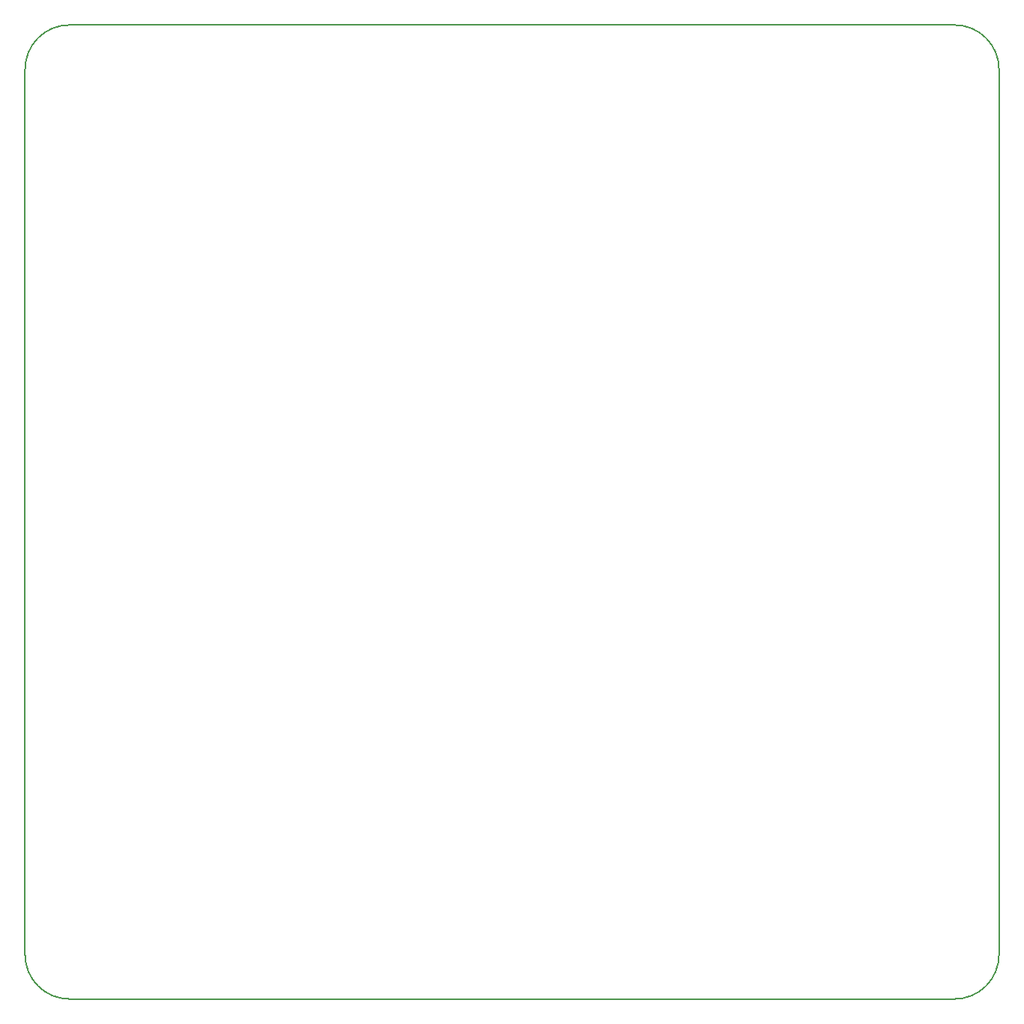
<source format=gm1>
G04 #@! TF.GenerationSoftware,KiCad,Pcbnew,(5.1.8-0-10_14)*
G04 #@! TF.CreationDate,2021-10-08T12:16:29+02:00*
G04 #@! TF.ProjectId,freeDSP-aurora,66726565-4453-4502-9d61-75726f72612e,rev?*
G04 #@! TF.SameCoordinates,Original*
G04 #@! TF.FileFunction,Profile,NP*
%FSLAX46Y46*%
G04 Gerber Fmt 4.6, Leading zero omitted, Abs format (unit mm)*
G04 Created by KiCad (PCBNEW (5.1.8-0-10_14)) date 2021-10-08 12:16:29*
%MOMM*%
%LPD*%
G01*
G04 APERTURE LIST*
G04 #@! TA.AperFunction,Profile*
%ADD10C,0.150000*%
G04 #@! TD*
G04 APERTURE END LIST*
D10*
X95000000Y-45000000D02*
X195000000Y-45000000D01*
X200000000Y-150000000D02*
G75*
G02*
X195000000Y-155000000I-5000000J0D01*
G01*
X95000000Y-155000000D02*
G75*
G02*
X90000000Y-150000000I0J5000000D01*
G01*
X195000000Y-45000000D02*
G75*
G02*
X200000000Y-50000000I0J-5000000D01*
G01*
X90000000Y-50000000D02*
G75*
G02*
X95000000Y-45000000I5000000J0D01*
G01*
X95000000Y-155000000D02*
X195000000Y-155000000D01*
X90000000Y-150000000D02*
X90000000Y-50000000D01*
X200000000Y-50000000D02*
X200000000Y-150000000D01*
M02*

</source>
